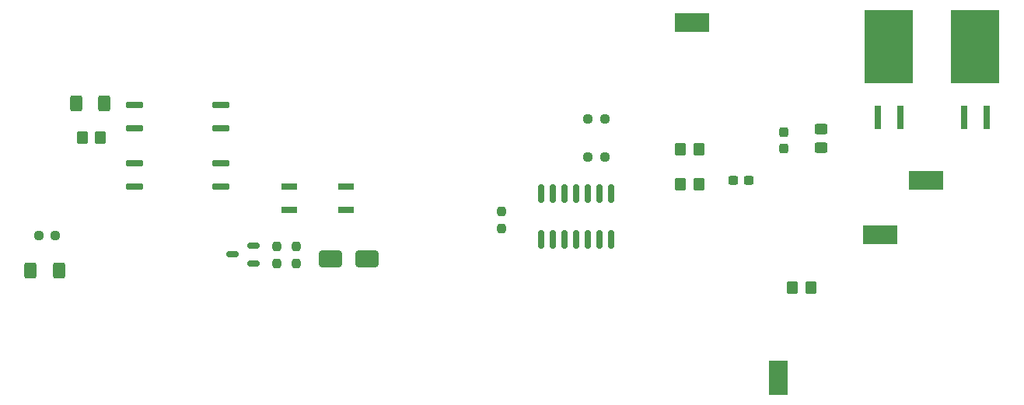
<source format=gtp>
%TF.GenerationSoftware,KiCad,Pcbnew,7.0.0-1.fc36*%
%TF.CreationDate,2023-03-17T18:55:38-05:00*%
%TF.ProjectId,2275Mod,32323735-4d6f-4642-9e6b-696361645f70,rev?*%
%TF.SameCoordinates,Original*%
%TF.FileFunction,Paste,Top*%
%TF.FilePolarity,Positive*%
%FSLAX46Y46*%
G04 Gerber Fmt 4.6, Leading zero omitted, Abs format (unit mm)*
G04 Created by KiCad (PCBNEW 7.0.0-1.fc36) date 2023-03-17 18:55:38*
%MOMM*%
%LPD*%
G01*
G04 APERTURE LIST*
G04 Aperture macros list*
%AMRoundRect*
0 Rectangle with rounded corners*
0 $1 Rounding radius*
0 $2 $3 $4 $5 $6 $7 $8 $9 X,Y pos of 4 corners*
0 Add a 4 corners polygon primitive as box body*
4,1,4,$2,$3,$4,$5,$6,$7,$8,$9,$2,$3,0*
0 Add four circle primitives for the rounded corners*
1,1,$1+$1,$2,$3*
1,1,$1+$1,$4,$5*
1,1,$1+$1,$6,$7*
1,1,$1+$1,$8,$9*
0 Add four rect primitives between the rounded corners*
20,1,$1+$1,$2,$3,$4,$5,0*
20,1,$1+$1,$4,$5,$6,$7,0*
20,1,$1+$1,$6,$7,$8,$9,0*
20,1,$1+$1,$8,$9,$2,$3,0*%
G04 Aperture macros list end*
%ADD10RoundRect,0.250000X-0.350000X-0.450000X0.350000X-0.450000X0.350000X0.450000X-0.350000X0.450000X0*%
%ADD11RoundRect,0.250000X0.350000X0.450000X-0.350000X0.450000X-0.350000X-0.450000X0.350000X-0.450000X0*%
%ADD12RoundRect,0.237500X-0.250000X-0.237500X0.250000X-0.237500X0.250000X0.237500X-0.250000X0.237500X0*%
%ADD13RoundRect,0.150000X0.512500X0.150000X-0.512500X0.150000X-0.512500X-0.150000X0.512500X-0.150000X0*%
%ADD14RoundRect,0.250000X-0.450000X0.325000X-0.450000X-0.325000X0.450000X-0.325000X0.450000X0.325000X0*%
%ADD15RoundRect,0.237500X-0.237500X0.250000X-0.237500X-0.250000X0.237500X-0.250000X0.237500X0.250000X0*%
%ADD16R,3.800000X2.030000*%
%ADD17R,2.030000X3.800000*%
%ADD18R,0.711200X2.514600*%
%ADD19R,5.308600X8.026400*%
%ADD20R,1.725000X0.650000*%
%ADD21RoundRect,0.250000X-0.400000X-0.625000X0.400000X-0.625000X0.400000X0.625000X-0.400000X0.625000X0*%
%ADD22RoundRect,0.237500X-0.300000X-0.237500X0.300000X-0.237500X0.300000X0.237500X-0.300000X0.237500X0*%
%ADD23RoundRect,0.032000X-0.888000X-0.288000X0.888000X-0.288000X0.888000X0.288000X-0.888000X0.288000X0*%
%ADD24RoundRect,0.150000X0.150000X-0.825000X0.150000X0.825000X-0.150000X0.825000X-0.150000X-0.825000X0*%
%ADD25RoundRect,0.250000X-1.000000X-0.650000X1.000000X-0.650000X1.000000X0.650000X-1.000000X0.650000X0*%
%ADD26RoundRect,0.237500X-0.237500X0.287500X-0.237500X-0.287500X0.237500X-0.287500X0.237500X0.287500X0*%
G04 APERTURE END LIST*
D10*
%TO.C,R202*%
X182769000Y-89154000D03*
X184769000Y-89154000D03*
%TD*%
D11*
%TO.C,R204*%
X184769000Y-92964000D03*
X182769000Y-92964000D03*
%TD*%
D12*
%TO.C,R201*%
X172720000Y-90043000D03*
X174545000Y-90043000D03*
%TD*%
D11*
%TO.C,R1*%
X119634000Y-87884000D03*
X117634000Y-87884000D03*
%TD*%
D13*
%TO.C,q1*%
X136271000Y-101600000D03*
X136271000Y-99700000D03*
X133996000Y-100650000D03*
%TD*%
D14*
%TO.C,D201*%
X198120000Y-86977000D03*
X198120000Y-89027000D03*
%TD*%
D15*
%TO.C,R5*%
X138811000Y-99775000D03*
X138811000Y-101600000D03*
%TD*%
%TO.C,R6*%
X140970000Y-99798500D03*
X140970000Y-101623500D03*
%TD*%
D12*
%TO.C,R2*%
X112879500Y-98552000D03*
X114704500Y-98552000D03*
%TD*%
D16*
%TO.C,TP3*%
X209499199Y-92557599D03*
%TD*%
D17*
%TO.C,TP1*%
X193395599Y-114096799D03*
%TD*%
D18*
%TO.C,Q201*%
X213683999Y-85712299D03*
D19*
X214883999Y-77977999D03*
D18*
X216083999Y-85712299D03*
%TD*%
D20*
%TO.C,IC1*%
X140167999Y-93217999D03*
X140167999Y-95757999D03*
X146343999Y-95757999D03*
X146343999Y-93217999D03*
%TD*%
D21*
%TO.C,R3*%
X116941000Y-84201000D03*
X120041000Y-84201000D03*
%TD*%
D10*
%TO.C,R205*%
X194961000Y-104267000D03*
X196961000Y-104267000D03*
%TD*%
D22*
%TO.C,C200*%
X188494500Y-92583000D03*
X190219500Y-92583000D03*
%TD*%
D16*
%TO.C,TP4*%
X204520799Y-98501199D03*
%TD*%
D23*
%TO.C,U2*%
X123331000Y-84328000D03*
X123331000Y-86868000D03*
X132701000Y-86868000D03*
X132701000Y-84328000D03*
%TD*%
%TO.C,U3*%
X123331000Y-90678000D03*
X123331000Y-93218000D03*
X132701000Y-93218000D03*
X132701000Y-90678000D03*
%TD*%
D12*
%TO.C,R200*%
X172720000Y-85852000D03*
X174545000Y-85852000D03*
%TD*%
D24*
%TO.C,U200*%
X167640000Y-98995000D03*
X168910000Y-98995000D03*
X170180000Y-98995000D03*
X171450000Y-98995000D03*
X172720000Y-98995000D03*
X173990000Y-98995000D03*
X175260000Y-98995000D03*
X175260000Y-94045000D03*
X173990000Y-94045000D03*
X172720000Y-94045000D03*
X171450000Y-94045000D03*
X170180000Y-94045000D03*
X168910000Y-94045000D03*
X167640000Y-94045000D03*
%TD*%
D18*
%TO.C,Q200*%
X204285999Y-85712299D03*
D19*
X205485999Y-77977999D03*
D18*
X206685999Y-85712299D03*
%TD*%
D25*
%TO.C,D1*%
X144685000Y-101092000D03*
X148685000Y-101092000D03*
%TD*%
D15*
%TO.C,R203*%
X163322000Y-95965000D03*
X163322000Y-97790000D03*
%TD*%
D21*
%TO.C,R4*%
X111988000Y-102362000D03*
X115088000Y-102362000D03*
%TD*%
D16*
%TO.C,TP2*%
X183997599Y-75387199D03*
%TD*%
D26*
%TO.C,D200*%
X194056000Y-87327000D03*
X194056000Y-89077000D03*
%TD*%
M02*

</source>
